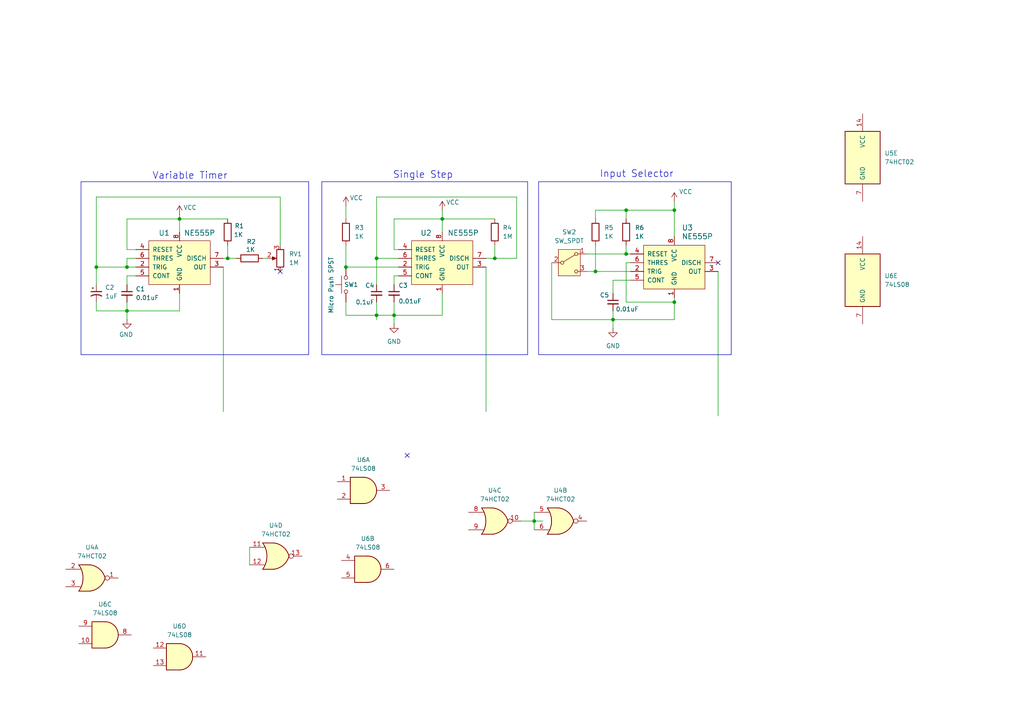
<source format=kicad_sch>
(kicad_sch (version 20250114) (generator "eeschema") (generator_version "9.0")
  (paper "A4")
  (title_block (title "Ben Eater-Based Debugging Clock Circuit") (date "2025-02-23") (rev "v100") (company "IARI Ventures, LLC") (comment 1 "https://eater.net/8bit/clock") (comment 2 "Ben Eater") (comment 4 "Tom Gambill"))
  (lib_symbols
    (symbol "74xx:74HCT02" (pin_names (offset 1.016))
      (property "Reference" "U" (at 0 1.27 0))
      (property "Value" "74HCT02" (at 0 -1.27 0))
      (symbol "74HCT02_1_1"
        (arc (start -3.81 3.81) (mid -2.589 0) (end -3.81 -3.81) (stroke (width 0.254)))
        (polyline (pts (xy -3.81 3.81) (xy -0.635 3.81)) (stroke (width 0.254)) (fill (type background)))
        (polyline (pts (xy -3.81 -3.81) (xy -0.635 -3.81)) (stroke (width 0.254)) (fill (type background)))
        (arc (start 3.81 0) (mid 2.1855 -2.584) (end -0.6096 -3.81) (stroke (width 0.254)) (fill (type background)))
        (arc (start -0.6096 3.81) (mid 2.1928 2.5924) (end 3.81 0) (stroke (width 0.254)) (fill (type background)))
        (polyline (pts (xy -0.635 3.81) (xy -3.81 3.81) (xy -3.81 3.81) (xy -3.556 3.4036) (xy -3.0226 2.2606) (xy -2.6924 1.0414) (xy -2.6162 -0.254) (xy -2.7686 -1.4986) (xy -3.175 -2.7178) (xy -3.81 -3.81) (xy -3.81 -3.81) (xy -0.635 -3.81)) (stroke (width -25.4)) (fill (type background)))
        (pin input line (at -7.62 2.54 0) (length 4.318) (name "~") (number "2"))
        (pin input line (at -7.62 -2.54 0) (length 4.318) (name "~") (number "3"))
        (pin output inverted (at 7.62 0 180) (length 3.81) (name "~") (number "1"))
      )
      (symbol "74HCT02_1_2"
        (arc (start 0 3.81) (mid 3.7934 0) (end 0 -3.81) (stroke (width 0.254)) (fill (type background)))
        (polyline (pts (xy 0 3.81) (xy -3.81 3.81) (xy -3.81 -3.81) (xy 0 -3.81)) (stroke (width 0.254)) (fill (type background)))
        (pin input inverted (at -7.62 2.54 0) (length 3.81) (name "~") (number "2"))
        (pin input inverted (at -7.62 -2.54 0) (length 3.81) (name "~") (number "3"))
        (pin output line (at 7.62 0 180) (length 3.81) (name "~") (number "1"))
      )
      (symbol "74HCT02_2_1"
        (arc (start -3.81 3.81) (mid -2.589 0) (end -3.81 -3.81) (stroke (width 0.254)))
        (polyline (pts (xy -3.81 3.81) (xy -0.635 3.81)) (stroke (width 0.254)) (fill (type background)))
        (polyline (pts (xy -3.81 -3.81) (xy -0.635 -3.81)) (stroke (width 0.254)) (fill (type background)))
        (arc (start 3.81 0) (mid 2.1855 -2.584) (end -0.6096 -3.81) (stroke (width 0.254)) (fill (type background)))
        (arc (start -0.6096 3.81) (mid 2.1928 2.5924) (end 3.81 0) (stroke (width 0.254)) (fill (type background)))
        (polyline (pts (xy -0.635 3.81) (xy -3.81 3.81) (xy -3.81 3.81) (xy -3.556 3.4036) (xy -3.0226 2.2606) (xy -2.6924 1.0414) (xy -2.6162 -0.254) (xy -2.7686 -1.4986) (xy -3.175 -2.7178) (xy -3.81 -3.81) (xy -3.81 -3.81) (xy -0.635 -3.81)) (stroke (width -25.4)) (fill (type background)))
        (pin input line (at -7.62 2.54 0) (length 4.318) (name "~") (number "5"))
        (pin input line (at -7.62 -2.54 0) (length 4.318) (name "~") (number "6"))
        (pin output inverted (at 7.62 0 180) (length 3.81) (name "~") (number "4"))
      )
      (symbol "74HCT02_2_2"
        (arc (start 0 3.81) (mid 3.7934 0) (end 0 -3.81) (stroke (width 0.254)) (fill (type background)))
        (polyline (pts (xy 0 3.81) (xy -3.81 3.81) (xy -3.81 -3.81) (xy 0 -3.81)) (stroke (width 0.254)) (fill (type background)))
        (pin input inverted (at -7.62 2.54 0) (length 3.81) (name "~") (number "5"))
        (pin input inverted (at -7.62 -2.54 0) (length 3.81) (name "~") (number "6"))
        (pin output line (at 7.62 0 180) (length 3.81) (name "~") (number "4"))
      )
      (symbol "74HCT02_3_1"
        (arc (start -3.81 3.81) (mid -2.589 0) (end -3.81 -3.81) (stroke (width 0.254)))
        (polyline (pts (xy -3.81 3.81) (xy -0.635 3.81)) (stroke (width 0.254)) (fill (type background)))
        (polyline (pts (xy -3.81 -3.81) (xy -0.635 -3.81)) (stroke (width 0.254)) (fill (type background)))
        (arc (start 3.81 0) (mid 2.1855 -2.584) (end -0.6096 -3.81) (stroke (width 0.254)) (fill (type background)))
        (arc (start -0.6096 3.81) (mid 2.1928 2.5924) (end 3.81 0) (stroke (width 0.254)) (fill (type background)))
        (polyline (pts (xy -0.635 3.81) (xy -3.81 3.81) (xy -3.81 3.81) (xy -3.556 3.4036) (xy -3.0226 2.2606) (xy -2.6924 1.0414) (xy -2.6162 -0.254) (xy -2.7686 -1.4986) (xy -3.175 -2.7178) (xy -3.81 -3.81) (xy -3.81 -3.81) (xy -0.635 -3.81)) (stroke (width -25.4)) (fill (type background)))
        (pin input line (at -7.62 2.54 0) (length 4.318) (name "~") (number "8"))
        (pin input line (at -7.62 -2.54 0) (length 4.318) (name "~") (number "9"))
        (pin output inverted (at 7.62 0 180) (length 3.81) (name "~") (number "10"))
      )
      (symbol "74HCT02_3_2"
        (arc (start 0 3.81) (mid 3.7934 0) (end 0 -3.81) (stroke (width 0.254)) (fill (type background)))
        (polyline (pts (xy 0 3.81) (xy -3.81 3.81) (xy -3.81 -3.81) (xy 0 -3.81)) (stroke (width 0.254)) (fill (type background)))
        (pin input inverted (at -7.62 2.54 0) (length 3.81) (name "~") (number "8"))
        (pin input inverted (at -7.62 -2.54 0) (length 3.81) (name "~") (number "9"))
        (pin output line (at 7.62 0 180) (length 3.81) (name "~") (number "10"))
      )
      (symbol "74HCT02_4_1"
        (arc (start -3.81 3.81) (mid -2.589 0) (end -3.81 -3.81) (stroke (width 0.254)))
        (polyline (pts (xy -3.81 3.81) (xy -0.635 3.81)) (stroke (width 0.254)) (fill (type background)))
        (polyline (pts (xy -3.81 -3.81) (xy -0.635 -3.81)) (stroke (width 0.254)) (fill (type background)))
        (arc (start 3.81 0) (mid 2.1855 -2.584) (end -0.6096 -3.81) (stroke (width 0.254)) (fill (type background)))
        (arc (start -0.6096 3.81) (mid 2.1928 2.5924) (end 3.81 0) (stroke (width 0.254)) (fill (type background)))
        (polyline (pts (xy -0.635 3.81) (xy -3.81 3.81) (xy -3.81 3.81) (xy -3.556 3.4036) (xy -3.0226 2.2606) (xy -2.6924 1.0414) (xy -2.6162 -0.254) (xy -2.7686 -1.4986) (xy -3.175 -2.7178) (xy -3.81 -3.81) (xy -3.81 -3.81) (xy -0.635 -3.81)) (stroke (width -25.4)) (fill (type background)))
        (pin input line (at -7.62 2.54 0) (length 4.318) (name "~") (number "11"))
        (pin input line (at -7.62 -2.54 0) (length 4.318) (name "~") (number "12"))
        (pin output inverted (at 7.62 0 180) (length 3.81) (name "~") (number "13"))
      )
      (symbol "74HCT02_4_2"
        (arc (start 0 3.81) (mid 3.7934 0) (end 0 -3.81) (stroke (width 0.254)) (fill (type background)))
        (polyline (pts (xy 0 3.81) (xy -3.81 3.81) (xy -3.81 -3.81) (xy 0 -3.81)) (stroke (width 0.254)) (fill (type background)))
        (pin input inverted (at -7.62 2.54 0) (length 3.81) (name "~") (number "11"))
        (pin input inverted (at -7.62 -2.54 0) (length 3.81) (name "~") (number "12"))
        (pin output line (at 7.62 0 180) (length 3.81) (name "~") (number "13"))
      )
      (symbol "74HCT02_5_0"
        (pin power_in line (at 0 12.7 270) (length 5.08) (name "VCC") (number "14"))
        (pin power_in line (at 0 -12.7 90) (length 5.08) (name "GND") (number "7"))
      )
      (symbol "74HCT02_5_1"
        (rectangle (start -5.08 7.62) (end 5.08 -7.62) (stroke (width 0.254)) (fill (type background)))
      )
    )
    (symbol "74xx:74LS08" (pin_names (offset 1.016))
      (property "Reference" "U" (at 0 1.27 0))
      (property "Value" "74LS08" (at 0 -1.27 0))
      (symbol "74LS08_1_1"
        (arc (start 0 3.81) (mid 3.7934 0) (end 0 -3.81) (stroke (width 0.254)) (fill (type background)))
        (polyline (pts (xy 0 3.81) (xy -3.81 3.81) (xy -3.81 -3.81) (xy 0 -3.81)) (stroke (width 0.254)) (fill (type background)))
        (pin input line (at -7.62 2.54 0) (length 3.81) (name "~") (number "1"))
        (pin input line (at -7.62 -2.54 0) (length 3.81) (name "~") (number "2"))
        (pin output line (at 7.62 0 180) (length 3.81) (name "~") (number "3"))
      )
      (symbol "74LS08_1_2"
        (arc (start -3.81 3.81) (mid -2.589 0) (end -3.81 -3.81) (stroke (width 0.254)))
        (polyline (pts (xy -3.81 3.81) (xy -0.635 3.81)) (stroke (width 0.254)) (fill (type background)))
        (polyline (pts (xy -3.81 -3.81) (xy -0.635 -3.81)) (stroke (width 0.254)) (fill (type background)))
        (arc (start 3.81 0) (mid 2.1855 -2.584) (end -0.6096 -3.81) (stroke (width 0.254)) (fill (type background)))
        (arc (start -0.6096 3.81) (mid 2.1928 2.5924) (end 3.81 0) (stroke (width 0.254)) (fill (type background)))
        (polyline (pts (xy -0.635 3.81) (xy -3.81 3.81) (xy -3.81 3.81) (xy -3.556 3.4036) (xy -3.0226 2.2606) (xy -2.6924 1.0414) (xy -2.6162 -0.254) (xy -2.7686 -1.4986) (xy -3.175 -2.7178) (xy -3.81 -3.81) (xy -3.81 -3.81) (xy -0.635 -3.81)) (stroke (width -25.4)) (fill (type background)))
        (pin input inverted (at -7.62 2.54 0) (length 4.318) (name "~") (number "1"))
        (pin input inverted (at -7.62 -2.54 0) (length 4.318) (name "~") (number "2"))
        (pin output inverted (at 7.62 0 180) (length 3.81) (name "~") (number "3"))
      )
      (symbol "74LS08_2_1"
        (arc (start 0 3.81) (mid 3.7934 0) (end 0 -3.81) (stroke (width 0.254)) (fill (type background)))
        (polyline (pts (xy 0 3.81) (xy -3.81 3.81) (xy -3.81 -3.81) (xy 0 -3.81)) (stroke (width 0.254)) (fill (type background)))
        (pin input line (at -7.62 2.54 0) (length 3.81) (name "~") (number "4"))
        (pin input line (at -7.62 -2.54 0) (length 3.81) (name "~") (number "5"))
        (pin output line (at 7.62 0 180) (length 3.81) (name "~") (number "6"))
      )
      (symbol "74LS08_2_2"
        (arc (start -3.81 3.81) (mid -2.589 0) (end -3.81 -3.81) (stroke (width 0.254)))
        (polyline (pts (xy -3.81 3.81) (xy -0.635 3.81)) (stroke (width 0.254)) (fill (type background)))
        (polyline (pts (xy -3.81 -3.81) (xy -0.635 -3.81)) (stroke (width 0.254)) (fill (type background)))
        (arc (start 3.81 0) (mid 2.1855 -2.584) (end -0.6096 -3.81) (stroke (width 0.254)) (fill (type background)))
        (arc (start -0.6096 3.81) (mid 2.1928 2.5924) (end 3.81 0) (stroke (width 0.254)) (fill (type background)))
        (polyline (pts (xy -0.635 3.81) (xy -3.81 3.81) (xy -3.81 3.81) (xy -3.556 3.4036) (xy -3.0226 2.2606) (xy -2.6924 1.0414) (xy -2.6162 -0.254) (xy -2.7686 -1.4986) (xy -3.175 -2.7178) (xy -3.81 -3.81) (xy -3.81 -3.81) (xy -0.635 -3.81)) (stroke (width -25.4)) (fill (type background)))
        (pin input inverted (at -7.62 2.54 0) (length 4.318) (name "~") (number "4"))
        (pin input inverted (at -7.62 -2.54 0) (length 4.318) (name "~") (number "5"))
        (pin output inverted (at 7.62 0 180) (length 3.81) (name "~") (number "6"))
      )
      (symbol "74LS08_3_1"
        (arc (start 0 3.81) (mid 3.7934 0) (end 0 -3.81) (stroke (width 0.254)) (fill (type background)))
        (polyline (pts (xy 0 3.81) (xy -3.81 3.81) (xy -3.81 -3.81) (xy 0 -3.81)) (stroke (width 0.254)) (fill (type background)))
        (pin input line (at -7.62 2.54 0) (length 3.81) (name "~") (number "9"))
        (pin input line (at -7.62 -2.54 0) (length 3.81) (name "~") (number "10"))
        (pin output line (at 7.62 0 180) (length 3.81) (name "~") (number "8"))
      )
      (symbol "74LS08_3_2"
        (arc (start -3.81 3.81) (mid -2.589 0) (end -3.81 -3.81) (stroke (width 0.254)))
        (polyline (pts (xy -3.81 3.81) (xy -0.635 3.81)) (stroke (width 0.254)) (fill (type background)))
        (polyline (pts (xy -3.81 -3.81) (xy -0.635 -3.81)) (stroke (width 0.254)) (fill (type background)))
        (arc (start 3.81 0) (mid 2.1855 -2.584) (end -0.6096 -3.81) (stroke (width 0.254)) (fill (type background)))
        (arc (start -0.6096 3.81) (mid 2.1928 2.5924) (end 3.81 0) (stroke (width 0.254)) (fill (type background)))
        (polyline (pts (xy -0.635 3.81) (xy -3.81 3.81) (xy -3.81 3.81) (xy -3.556 3.4036) (xy -3.0226 2.2606) (xy -2.6924 1.0414) (xy -2.6162 -0.254) (xy -2.7686 -1.4986) (xy -3.175 -2.7178) (xy -3.81 -3.81) (xy -3.81 -3.81) (xy -0.635 -3.81)) (stroke (width -25.4)) (fill (type background)))
        (pin input inverted (at -7.62 2.54 0) (length 4.318) (name "~") (number "9"))
        (pin input inverted (at -7.62 -2.54 0) (length 4.318) (name "~") (number "10"))
        (pin output inverted (at 7.62 0 180) (length 3.81) (name "~") (number "8"))
      )
      (symbol "74LS08_4_1"
        (arc (start 0 3.81) (mid 3.7934 0) (end 0 -3.81) (stroke (width 0.254)) (fill (type background)))
        (polyline (pts (xy 0 3.81) (xy -3.81 3.81) (xy -3.81 -3.81) (xy 0 -3.81)) (stroke (width 0.254)) (fill (type background)))
        (pin input line (at -7.62 2.54 0) (length 3.81) (name "~") (number "12"))
        (pin input line (at -7.62 -2.54 0) (length 3.81) (name "~") (number "13"))
        (pin output line (at 7.62 0 180) (length 3.81) (name "~") (number "11"))
      )
      (symbol "74LS08_4_2"
        (arc (start -3.81 3.81) (mid -2.589 0) (end -3.81 -3.81) (stroke (width 0.254)))
        (polyline (pts (xy -3.81 3.81) (xy -0.635 3.81)) (stroke (width 0.254)) (fill (type background)))
        (polyline (pts (xy -3.81 -3.81) (xy -0.635 -3.81)) (stroke (width 0.254)) (fill (type background)))
        (arc (start 3.81 0) (mid 2.1855 -2.584) (end -0.6096 -3.81) (stroke (width 0.254)) (fill (type background)))
        (arc (start -0.6096 3.81) (mid 2.1928 2.5924) (end 3.81 0) (stroke (width 0.254)) (fill (type background)))
        (polyline (pts (xy -0.635 3.81) (xy -3.81 3.81) (xy -3.81 3.81) (xy -3.556 3.4036) (xy -3.0226 2.2606) (xy -2.6924 1.0414) (xy -2.6162 -0.254) (xy -2.7686 -1.4986) (xy -3.175 -2.7178) (xy -3.81 -3.81) (xy -3.81 -3.81) (xy -0.635 -3.81)) (stroke (width -25.4)) (fill (type background)))
        (pin input inverted (at -7.62 2.54 0) (length 4.318) (name "~") (number "12"))
        (pin input inverted (at -7.62 -2.54 0) (length 4.318) (name "~") (number "13"))
        (pin output inverted (at 7.62 0 180) (length 3.81) (name "~") (number "11"))
      )
      (symbol "74LS08_5_0"
        (pin power_in line (at 0 12.7 270) (length 5.08) (name "VCC") (number "14"))
        (pin power_in line (at 0 -12.7 90) (length 5.08) (name "GND") (number "7"))
      )
      (symbol "74LS08_5_1"
        (rectangle (start -5.08 7.62) (end 5.08 -7.62) (stroke (width 0.254)) (fill (type background)))
      )
    )
    (symbol "Device:C_Polarized_Small_US" (pin_numbers (hide yes)) (pin_names (offset 0.254) (hide yes))
      (property "Reference" "C" (at 0.254 1.778 0))
      (property "Value" "C_Polarized_Small_US" (at 0.254 -2.032 0))
      (symbol "C_Polarized_Small_US_0_1"
        (polyline (pts (xy -1.524 0.508) (xy 1.524 0.508)) (stroke (width 0.3048)))
        (polyline (pts (xy -1.27 1.524) (xy -0.762 1.524)))
        (polyline (pts (xy -1.016 1.27) (xy -1.016 1.778)))
        (arc (start -1.524 -0.762) (mid 0 -0.3734) (end 1.524 -0.762) (stroke (width 0.3048)))
      )
      (symbol "C_Polarized_Small_US_1_1"
        (pin passive line (at 0 2.54 270) (length 2.032) (name "~") (number "1"))
        (pin passive line (at 0 -2.54 90) (length 2.032) (name "~") (number "2"))
      )
    )
    (symbol "Device:C_Small" (pin_numbers (hide yes)) (pin_names (offset 0.254) (hide yes))
      (property "Reference" "C" (at 0.254 1.778 0))
      (property "Value" "C_Small" (at 0.254 -2.032 0))
      (symbol "C_Small_0_1"
        (polyline (pts (xy -1.524 0.508) (xy 1.524 0.508)) (stroke (width 0.3048)))
        (polyline (pts (xy -1.524 -0.508) (xy 1.524 -0.508)) (stroke (width 0.3302)))
      )
      (symbol "C_Small_1_1"
        (pin passive line (at 0 2.54 270) (length 2.032) (name "~") (number "1"))
        (pin passive line (at 0 -2.54 90) (length 2.032) (name "~") (number "2"))
      )
    )
    (symbol "Device:R" (pin_numbers (hide yes)) (pin_names (offset 0))
      (property "Reference" "R" (at 2.032 0 90))
      (property "Value" "R" (at 0 0 90))
      (symbol "R_0_1"
        (rectangle (start -1.016 -2.54) (end 1.016 2.54) (stroke (width 0.254)))
      )
      (symbol "R_1_1"
        (pin passive line (at 0 3.81 270) (length 1.27) (name "~") (number "1"))
        (pin passive line (at 0 -3.81 90) (length 1.27) (name "~") (number "2"))
      )
    )
    (symbol "Device:R_Potentiometer" (pin_names (offset 1.016) (hide yes))
      (property "Reference" "RV" (at -4.445 0 90))
      (property "Value" "R_Potentiometer" (at -2.54 0 90))
      (symbol "R_Potentiometer_0_1"
        (rectangle (start 1.016 2.54) (end -1.016 -2.54) (stroke (width 0.254)))
        (polyline (pts (xy 1.143 0) (xy 2.286 0.508) (xy 2.286 -0.508) (xy 1.143 0)) (fill (type outline)))
        (polyline (pts (xy 2.54 0) (xy 1.524 0)))
      )
      (symbol "R_Potentiometer_1_1"
        (pin passive line (at 0 3.81 270) (length 1.27) (name "1") (number "1"))
        (pin passive line (at 0 -3.81 90) (length 1.27) (name "3") (number "3"))
        (pin passive line (at 3.81 0 180) (length 1.27) (name "2") (number "2"))
      )
    )
    (symbol "Switch:SW_Push" (pin_numbers (hide yes)) (pin_names (offset 1.016) (hide yes))
      (property "Reference" "SW" (at 1.27 2.54 0))
      (property "Value" "SW_Push" (at 0 -1.524 0))
      (symbol "SW_Push_0_1"
        (circle (center -2.032 0) (radius 0.508))
        (polyline (pts (xy 0 1.27) (xy 0 3.048)))
        (circle (center 2.032 0) (radius 0.508))
        (polyline (pts (xy 2.54 1.27) (xy -2.54 1.27)))
        (pin passive line (at -5.08 0 0) (length 2.54) (name "1") (number "1"))
        (pin passive line (at 5.08 0 180) (length 2.54) (name "2") (number "2"))
      )
    )
    (symbol "Switch:SW_SPDT" (pin_names (offset 0) (hide yes))
      (property "Reference" "SW" (at 0 5.08 0))
      (property "Value" "SW_SPDT" (at 0 -5.08 0))
      (symbol "SW_SPDT_0_1"
        (circle (center -2.032 0) (radius 0.4572))
        (polyline (pts (xy -1.651 0.254) (xy 1.651 2.286)))
        (circle (center 2.032 2.54) (radius 0.4572))
        (circle (center 2.032 -2.54) (radius 0.4572))
      )
      (symbol "SW_SPDT_1_1"
        (rectangle (start -3.175 3.81) (end 3.175 -3.81) (fill (type background)))
        (pin passive line (at -5.08 0 0) (length 2.54) (name "B") (number "2"))
        (pin passive line (at 5.08 2.54 180) (length 2.54) (name "A") (number "1"))
        (pin passive line (at 5.08 -2.54 180) (length 2.54) (name "C") (number "3"))
      )
    )
    (symbol "dk_Clock-Timing-Programmable-Timers-and-Oscillators:NE555P" (pin_names (offset 1.016))
      (property "Reference" "U" (at -8.89 6.35 0))
      (property "Value" "NE555P" (at 1.27 -8.89 0))
      (symbol "NE555P_0_1"
        (rectangle (start -8.89 5.08) (end 8.89 -7.62) (fill (type background)))
      )
      (symbol "NE555P_1_1"
        (pin input line (at -12.7 2.54 0) (length 3.81) (name "RESET") (number "4"))
        (pin input line (at -12.7 0 0) (length 3.81) (name "THRES") (number "6"))
        (pin input line (at -12.7 -2.54 0) (length 3.81) (name "TRIG") (number "2"))
        (pin bidirectional line (at -12.7 -5.08 0) (length 3.81) (name "CONT") (number "5"))
        (pin power_in line (at 0 7.62 270) (length 2.54) (name "VCC") (number "8"))
        (pin power_in line (at 0 -10.16 90) (length 2.54) (name "GND") (number "1"))
        (pin output line (at 12.7 0 180) (length 3.81) (name "DISCH") (number "7"))
        (pin output line (at 12.7 -2.54 180) (length 3.81) (name "OUT") (number "3"))
      )
    )
    (symbol "power:GND" (power) (pin_numbers (hide yes)) (pin_names (offset 0) (hide yes))
      (property "Value" "GND" (at 0 -3.81 0))
      (symbol "GND_0_1"
        (polyline (pts (xy 0 0) (xy 0 -1.27) (xy 1.27 -1.27) (xy 0 -2.54) (xy -1.27 -1.27) (xy 0 -1.27)))
      )
      (symbol "GND_1_1"
        (pin power_in line (at 0 0 270) (length 0) (name "~") (number "1"))
      )
    )
    (symbol "power:VCC" (power) (pin_numbers (hide yes)) (pin_names (offset 0) (hide yes))
      (property "Value" "VCC" (at 0 3.556 0))
      (symbol "VCC_0_1"
        (polyline (pts (xy -0.762 1.27) (xy 0 2.54)))
        (polyline (pts (xy 0 2.54) (xy 0.762 1.27)))
        (polyline (pts (xy 0 0) (xy 0 2.54)))
      )
      (symbol "VCC_1_1"
        (pin power_in line (at 0 0 90) (length 0) (name "~") (number "1"))
      )
    )
  )
  (rectangle (start 156.21 52.705) (end 212.09 102.87))
  (rectangle (start 93.345 52.705) (end 153.035 102.87))
  (rectangle (start 23.495 52.705) (end 89.535 102.87))
  (text "Single Step" (at 122.682 50.8 0) (effects (font (size 2 2))))
  (text "Input Selector" (at 184.658 50.546 0) (effects (font (size 2 2))))
  (text "Variable Timer" (at 55.118 51.054 0) (effects (font (size 2 2))))
  (junction (at 177.8 92.71))
  (junction (at 195.58 87.63))
  (junction (at 66.04 74.93))
  (junction (at 109.22 74.93))
  (junction (at 52.07 63.5))
  (junction (at 181.61 60.96))
  (junction (at 128.27 63.5))
  (junction (at 27.94 77.47))
  (junction (at 100.33 77.47))
  (junction (at 114.3 91.44))
  (junction (at 154.94 151.13))
  (junction (at 109.22 91.44))
  (junction (at 36.83 90.17))
  (junction (at 195.58 60.96))
  (junction (at 143.51 74.93))
  (junction (at 36.83 77.47))
  (junction (at 181.61 73.66))
  (junction (at 172.72 78.74))
  (no_connect (at 81.28 78.74))
  (no_connect (at 208.28 76.2))
  (no_connect (at 118.11 132.08))
  (wire (pts (xy 195.58 58.42) (xy 195.58 60.96)))
  (wire (pts (xy 115.57 80.01) (xy 114.3 80.01)))
  (wire (pts (xy 36.83 90.17) (xy 36.83 92.71)))
  (wire (pts (xy 100.33 59.69) (xy 100.33 63.5)))
  (wire (pts (xy 154.94 151.13) (xy 154.94 153.67)))
  (wire (pts (xy 27.94 77.47) (xy 36.83 77.47)))
  (wire (pts (xy 36.83 63.5) (xy 52.07 63.5)))
  (wire (pts (xy 182.88 76.2) (xy 181.61 76.2)))
  (wire (pts (xy 81.28 57.15) (xy 81.28 71.12)))
  (wire (pts (xy 109.22 57.15) (xy 109.22 74.93)))
  (wire (pts (xy 76.2 74.93) (xy 77.47 74.93)))
  (wire (pts (xy 195.58 86.36) (xy 195.58 87.63)))
  (wire (pts (xy 109.22 74.93) (xy 115.57 74.93)))
  (wire (pts (xy 172.72 63.5) (xy 172.72 60.96)))
  (wire (pts (xy 181.61 76.2) (xy 181.61 87.63)))
  (wire (pts (xy 109.22 91.44) (xy 114.3 91.44)))
  (wire (pts (xy 208.28 78.74) (xy 208.28 120.65)))
  (wire (pts (xy 177.8 81.28) (xy 177.8 85.09)))
  (wire (pts (xy 172.72 60.96) (xy 181.61 60.96)))
  (wire (pts (xy 172.72 78.74) (xy 182.88 78.74)))
  (wire (pts (xy 181.61 60.96) (xy 195.58 60.96)))
  (wire (pts (xy 114.3 91.44) (xy 114.3 93.98)))
  (wire (pts (xy 182.88 73.66) (xy 181.61 73.66)))
  (wire (pts (xy 52.07 62.23) (xy 52.07 63.5)))
  (wire (pts (xy 27.94 57.15) (xy 81.28 57.15)))
  (wire (pts (xy 114.3 80.01) (xy 114.3 82.55)))
  (wire (pts (xy 100.33 77.47) (xy 100.33 71.12)))
  (wire (pts (xy 109.22 91.44) (xy 109.22 92.71)))
  (wire (pts (xy 114.3 87.63) (xy 114.3 91.44)))
  (wire (pts (xy 151.13 151.13) (xy 154.94 151.13)))
  (wire (pts (xy 36.83 74.93) (xy 36.83 77.47)))
  (wire (pts (xy 36.83 74.93) (xy 39.37 74.93)))
  (wire (pts (xy 114.3 91.44) (xy 128.27 91.44)))
  (wire (pts (xy 52.07 63.5) (xy 52.07 67.31)))
  (wire (pts (xy 181.61 73.66) (xy 181.61 71.12)))
  (wire (pts (xy 140.97 77.47) (xy 140.97 119.38)))
  (wire (pts (xy 177.8 92.71) (xy 195.58 92.71)))
  (wire (pts (xy 27.94 90.17) (xy 36.83 90.17)))
  (wire (pts (xy 72.39 158.75) (xy 72.39 163.83)))
  (wire (pts (xy 172.72 71.12) (xy 172.72 78.74)))
  (wire (pts (xy 195.58 87.63) (xy 195.58 92.71)))
  (wire (pts (xy 52.07 85.09) (xy 52.07 90.17)))
  (wire (pts (xy 115.57 72.39) (xy 114.3 72.39)))
  (wire (pts (xy 177.8 90.17) (xy 177.8 92.71)))
  (wire (pts (xy 143.51 74.93) (xy 143.51 71.12)))
  (wire (pts (xy 36.83 72.39) (xy 36.83 63.5)))
  (wire (pts (xy 170.18 78.74) (xy 172.72 78.74)))
  (wire (pts (xy 66.04 74.93) (xy 68.58 74.93)))
  (wire (pts (xy 27.94 87.63) (xy 27.94 90.17)))
  (wire (pts (xy 64.77 74.93) (xy 66.04 74.93)))
  (wire (pts (xy 160.02 92.71) (xy 177.8 92.71)))
  (wire (pts (xy 36.83 90.17) (xy 52.07 90.17)))
  (wire (pts (xy 27.94 77.47) (xy 27.94 57.15)))
  (wire (pts (xy 181.61 63.5) (xy 181.61 60.96)))
  (wire (pts (xy 114.3 72.39) (xy 114.3 63.5)))
  (wire (pts (xy 27.94 82.55) (xy 27.94 77.47)))
  (wire (pts (xy 36.83 87.63) (xy 36.83 90.17)))
  (wire (pts (xy 149.86 57.15) (xy 109.22 57.15)))
  (wire (pts (xy 154.94 151.13) (xy 157.48 151.13)))
  (wire (pts (xy 36.83 72.39) (xy 39.37 72.39)))
  (wire (pts (xy 109.22 87.63) (xy 109.22 91.44)))
  (wire (pts (xy 100.33 87.63) (xy 100.33 91.44)))
  (wire (pts (xy 36.83 82.55) (xy 36.83 80.01)))
  (wire (pts (xy 100.33 91.44) (xy 109.22 91.44)))
  (wire (pts (xy 154.94 151.13) (xy 154.94 148.59)))
  (wire (pts (xy 36.83 77.47) (xy 39.37 77.47)))
  (wire (pts (xy 140.97 74.93) (xy 143.51 74.93)))
  (wire (pts (xy 109.22 82.55) (xy 109.22 74.93)))
  (wire (pts (xy 66.04 71.12) (xy 66.04 74.93)))
  (wire (pts (xy 64.77 77.47) (xy 64.77 119.38)))
  (wire (pts (xy 128.27 63.5) (xy 128.27 67.31)))
  (wire (pts (xy 177.8 81.28) (xy 182.88 81.28)))
  (wire (pts (xy 128.27 60.96) (xy 128.27 63.5)))
  (wire (pts (xy 128.27 63.5) (xy 143.51 63.5)))
  (wire (pts (xy 114.3 63.5) (xy 128.27 63.5)))
  (wire (pts (xy 195.58 60.96) (xy 195.58 68.58)))
  (wire (pts (xy 170.18 73.66) (xy 181.61 73.66)))
  (wire (pts (xy 160.02 76.2) (xy 160.02 92.71)))
  (wire (pts (xy 66.04 63.5) (xy 52.07 63.5)))
  (wire (pts (xy 149.86 74.93) (xy 149.86 57.15)))
  (wire (pts (xy 181.61 87.63) (xy 195.58 87.63)))
  (wire (pts (xy 177.8 92.71) (xy 177.8 95.25)))
  (wire (pts (xy 100.33 77.47) (xy 115.57 77.47)))
  (wire (pts (xy 36.83 80.01) (xy 39.37 80.01)))
  (wire (pts (xy 143.51 74.93) (xy 149.86 74.93)))
  (wire (pts (xy 128.27 85.09) (xy 128.27 91.44)))
  (symbol (lib_id "Device:C_Small") (at 109.22 85.09 0) (unit 1)
    (property "Reference" "C4" (at 105.918 82.804 0) (effects (justify left)))
    (property "Value" "0.1uF" (at 103.124 87.63 0) (effects (justify left)))
    (property "Description" "Unpolarized capacitor, small symbol" (effects (hide yes)))
  )
  (symbol (lib_id "Device:C_Small") (at 177.8 87.63 0) (unit 1)
    (property "Reference" "C5" (at 173.99 85.598 0) (effects (justify left)))
    (property "Value" "0.01uF" (at 178.562 89.662 0) (effects (justify left)))
    (property "Description" "Unpolarized capacitor, small symbol" (effects (hide yes)))
  )
  (symbol (lib_id "Device:R") (at 66.04 67.31 0) (unit 1)
    (property "Reference" "R1" (at 68.072 65.532 0) (effects (justify left)))
    (property "Value" "1K" (at 67.818 68.072 0) (effects (justify left)))
    (property "Description" "Resistor" (effects (hide yes)))
  )
  (symbol (lib_id "Device:C_Small") (at 36.83 85.09 0) (unit 1)
    (property "Reference" "C1" (at 39.37 83.8262 0) (effects (justify left)))
    (property "Value" "0.01uF" (at 39.37 86.3662 0) (effects (justify left)))
    (property "Description" "Unpolarized capacitor, small symbol" (effects (hide yes)))
  )
  (symbol (lib_id "74xx:74LS08") (at 30.48 184.15 0) (unit 3)
    (property "Reference" "U6" (at 30.4717 175.26 0))
    (property "Value" "74LS08" (at 30.4717 177.8 0))
    (property "Datasheet" "http://www.ti.com/lit/gpn/sn74LS08" (effects (hide yes)))
    (property "Description" "Quad And2" (effects (hide yes)))
  )
  (symbol (lib_id "dk_Clock-Timing-Programmable-Timers-and-Oscillators:NE555P") (at 52.07 74.93 0) (unit 1)
    (property "Reference" "U1" (at 45.974 67.564 0) (effects (font (size 1.524 1.524)) (justify left)))
    (property "Value" "NE555P" (at 53.34 67.564 0) (effects (font (size 1.524 1.524)) (justify left)))
    (property "Footprint" "digikey-footprints:DIP-8_W7.62mm" (effects (hide yes)))
    (property "Datasheet" "http://www.ti.com/general/docs/suppproductinfo.tsp?distId=10&gotoUrl=http%3A%2F%2Fwww.ti.com%2Flit%2Fgpn%2Fne555" (effects (hide yes)))
    (property "Description" "IC OSC SINGLE TIMER 100KHZ 8-DIP" (effects (hide yes)))
    (property "Digi-Key_PN" "296-1411-5-ND" (effects (hide yes)))
    (property "MPN" "NE555P" (effects (hide yes)))
    (property "Category" "Integrated Circuits (ICs)" (effects (hide yes)))
    (property "Family" "Clock/Timing - Programmable Timers and Oscillators" (effects (hide yes)))
    (property "DK_Datasheet_Link" "http://www.ti.com/general/docs/suppproductinfo.tsp?distId=10&gotoUrl=http%3A%2F%2Fwww.ti.com%2Flit%2Fgpn%2Fne555" (effects (hide yes)))
    (property "DK_Detail_Page" "/product-detail/en/texas-instruments/NE555P/296-1411-5-ND/277057" (effects (hide yes)))
    (property "Description_1" "IC OSC SINGLE TIMER 100KHZ 8-DIP" (effects (hide yes)))
    (property "Manufacturer" "Texas Instruments" (effects (hide yes)))
    (property "Status" "Active" (effects (hide yes)))
  )
  (symbol (lib_id "dk_Clock-Timing-Programmable-Timers-and-Oscillators:NE555P") (at 128.27 74.93 0) (unit 1)
    (property "Reference" "U2" (at 121.92 67.564 0) (effects (font (size 1.524 1.524)) (justify left)))
    (property "Value" "NE555P" (at 129.794 67.564 0) (effects (font (size 1.524 1.524)) (justify left)))
    (property "Footprint" "digikey-footprints:DIP-8_W7.62mm" (effects (hide yes)))
    (property "Datasheet" "http://www.ti.com/general/docs/suppproductinfo.tsp?distId=10&gotoUrl=http%3A%2F%2Fwww.ti.com%2Flit%2Fgpn%2Fne555" (effects (hide yes)))
    (property "Description" "IC OSC SINGLE TIMER 100KHZ 8-DIP" (effects (hide yes)))
    (property "Digi-Key_PN" "296-1411-5-ND" (effects (hide yes)))
    (property "MPN" "NE555P" (effects (hide yes)))
    (property "Category" "Integrated Circuits (ICs)" (effects (hide yes)))
    (property "Family" "Clock/Timing - Programmable Timers and Oscillators" (effects (hide yes)))
    (property "DK_Datasheet_Link" "http://www.ti.com/general/docs/suppproductinfo.tsp?distId=10&gotoUrl=http%3A%2F%2Fwww.ti.com%2Flit%2Fgpn%2Fne555" (effects (hide yes)))
    (property "DK_Detail_Page" "/product-detail/en/texas-instruments/NE555P/296-1411-5-ND/277057" (effects (hide yes)))
    (property "Description_1" "IC OSC SINGLE TIMER 100KHZ 8-DIP" (effects (hide yes)))
    (property "Manufacturer" "Texas Instruments" (effects (hide yes)))
    (property "Status" "Active" (effects (hide yes)))
  )
  (symbol (lib_id "74xx:74HCT02") (at 26.67 167.64 0) (unit 1)
    (property "Reference" "U4" (at 26.67 158.75 0))
    (property "Value" "74HCT02" (at 26.67 161.29 0))
    (property "Datasheet" "http://www.ti.com/lit/gpn/sn74hct02" (effects (hide yes)))
    (property "Description" "quad 2-input NOR gate" (effects (hide yes)))
  )
  (symbol (lib_id "Device:C_Polarized_Small_US") (at 27.94 85.09 0) (unit 1)
    (property "Reference" "C2" (at 30.48 83.3881 0) (effects (justify left)))
    (property "Value" "1uF" (at 30.48 85.9281 0) (effects (justify left)))
    (property "Description" "Polarized capacitor, small US symbol" (effects (hide yes)))
  )
  (symbol (lib_id "power:GND") (at 177.8 95.25 0) (unit 1)
    (property "Reference" "#PWR06" (effects (hide yes)))
    (property "Value" "GND" (at 177.8 100.33 0))
    (property "Description" "Power symbol creates a global label with name \"GND\" , ground" (effects (hide yes)))
  )
  (symbol (lib_id "74xx:74LS08") (at 105.41 142.24 0) (unit 1)
    (property "Reference" "U6" (at 105.4017 133.35 0))
    (property "Value" "74LS08" (at 105.4017 135.89 0))
    (property "Datasheet" "http://www.ti.com/lit/gpn/sn74LS08" (effects (hide yes)))
    (property "Description" "Quad And2" (effects (hide yes)))
  )
  (symbol (lib_id "Device:R") (at 72.39 74.93 90) (unit 1)
    (property "Reference" "R2" (at 72.898 70.104 90))
    (property "Value" "1K" (at 72.644 72.39 90))
    (property "Description" "Resistor" (effects (hide yes)))
  )
  (symbol (lib_id "74xx:74LS08") (at 106.68 165.1 0) (unit 2)
    (property "Reference" "U6" (at 106.6717 156.21 0))
    (property "Value" "74LS08" (at 106.6717 158.75 0))
    (property "Datasheet" "http://www.ti.com/lit/gpn/sn74LS08" (effects (hide yes)))
    (property "Description" "Quad And2" (effects (hide yes)))
  )
  (symbol (lib_id "power:VCC") (at 100.33 59.69 0) (unit 1)
    (property "Reference" "#PWR07" (effects (hide yes)))
    (property "Value" "VCC" (at 103.378 57.404 0))
    (property "Description" "Power symbol creates a global label with name \"VCC\"" (effects (hide yes)))
  )
  (symbol (lib_id "74xx:74HCT02") (at 80.01 161.29 0) (unit 4)
    (property "Reference" "U4" (at 80.01 152.4 0))
    (property "Value" "74HCT02" (at 80.01 154.94 0))
    (property "Datasheet" "http://www.ti.com/lit/gpn/sn74hct02" (effects (hide yes)))
    (property "Description" "quad 2-input NOR gate" (effects (hide yes)))
  )
  (symbol (lib_id "Device:C_Small") (at 114.3 85.09 0) (unit 1)
    (property "Reference" "C3" (at 115.57 82.804 0) (effects (justify left)))
    (property "Value" "0.01uF" (at 115.57 87.376 0) (effects (justify left)))
    (property "Description" "Unpolarized capacitor, small symbol" (effects (hide yes)))
  )
  (symbol (lib_id "power:VCC") (at 195.58 58.42 0) (unit 1)
    (property "Reference" "#PWR03" (effects (hide yes)))
    (property "Value" "VCC" (at 198.882 55.626 0))
    (property "Description" "Power symbol creates a global label with name \"VCC\"" (effects (hide yes)))
  )
  (symbol (lib_id "Device:R") (at 181.61 67.31 0) (unit 1)
    (property "Reference" "R6" (at 184.15 66.0399 0) (effects (justify left)))
    (property "Value" "1K" (at 184.15 68.5799 0) (effects (justify left)))
    (property "Description" "Resistor" (effects (hide yes)))
  )
  (symbol (lib_id "74xx:74HCT02") (at 143.51 151.13 0) (unit 3)
    (property "Reference" "U4" (at 143.51 142.24 0))
    (property "Value" "74HCT02" (at 143.51 144.78 0))
    (property "Datasheet" "http://www.ti.com/lit/gpn/sn74hct02" (effects (hide yes)))
    (property "Description" "quad 2-input NOR gate" (effects (hide yes)))
  )
  (symbol (lib_id "74xx:74HCT02") (at 250.19 45.72 0) (unit 5)
    (property "Reference" "U5" (at 256.54 44.4499 0) (effects (justify left)))
    (property "Value" "74HCT02" (at 256.54 46.9899 0) (effects (justify left)))
    (property "Datasheet" "http://www.ti.com/lit/gpn/sn74hct02" (effects (hide yes)))
    (property "Description" "quad 2-input NOR gate" (effects (hide yes)))
  )
  (symbol (lib_id "74xx:74LS08") (at 250.19 81.28 0) (unit 5)
    (property "Reference" "U6" (at 256.54 80.0099 0) (effects (justify left)))
    (property "Value" "74LS08" (at 256.54 82.5499 0) (effects (justify left)))
    (property "Datasheet" "http://www.ti.com/lit/gpn/sn74LS08" (effects (hide yes)))
    (property "Description" "Quad And2" (effects (hide yes)))
  )
  (symbol (lib_id "Switch:SW_Push") (at 100.33 82.55 90) (unit 1)
    (property "Reference" "SW1" (at 99.822 82.55 90) (effects (justify right)))
    (property "Value" "Micro Push SPST" (at 96.012 74.422 0) (effects (justify right)))
    (property "Description" "Push button switch, generic, two pins" (effects (hide yes)))
  )
  (symbol (lib_id "power:GND") (at 36.83 92.71 0) (unit 1)
    (property "Reference" "#PWR04" (effects (hide yes)))
    (property "Value" "GND" (at 36.576 97.028 0))
    (property "Description" "Power symbol creates a global label with name \"GND\" , ground" (effects (hide yes)))
  )
  (symbol (lib_id "power:GND") (at 114.3 93.98 0) (unit 1)
    (property "Reference" "#PWR05" (effects (hide yes)))
    (property "Value" "GND" (at 114.3 99.06 0))
    (property "Description" "Power symbol creates a global label with name \"GND\" , ground" (effects (hide yes)))
  )
  (symbol (lib_id "Device:R") (at 172.72 67.31 0) (unit 1)
    (property "Reference" "R5" (at 175.26 66.0399 0) (effects (justify left)))
    (property "Value" "1K" (at 175.26 68.5799 0) (effects (justify left)))
    (property "Description" "Resistor" (effects (hide yes)))
  )
  (symbol (lib_id "Switch:SW_SPDT") (at 165.1 76.2 0) (unit 1)
    (property "Reference" "SW2" (at 165.1 67.31 0))
    (property "Value" "SW_SPDT" (at 165.1 69.85 0))
    (property "Description" "Switch, single pole double throw" (effects (hide yes)))
  )
  (symbol (lib_id "power:VCC") (at 128.27 60.96 0) (unit 1)
    (property "Reference" "#PWR02" (effects (hide yes)))
    (property "Value" "VCC" (at 131.318 58.674 0))
    (property "Description" "Power symbol creates a global label with name \"VCC\"" (effects (hide yes)))
  )
  (symbol (lib_id "Device:R") (at 143.51 67.31 0) (unit 1)
    (property "Reference" "R4" (at 145.796 66.04 0) (effects (justify left)))
    (property "Value" "1M" (at 145.796 68.58 0) (effects (justify left)))
    (property "Description" "Resistor" (effects (hide yes)))
  )
  (symbol (lib_id "Device:R") (at 100.33 67.31 0) (unit 1)
    (property "Reference" "R3" (at 102.87 66.0399 0) (effects (justify left)))
    (property "Value" "1K" (at 102.87 68.5799 0) (effects (justify left)))
    (property "Description" "Resistor" (effects (hide yes)))
  )
  (symbol (lib_id "Device:R_Potentiometer") (at 81.28 74.93 180) (unit 1)
    (property "Reference" "RV1" (at 83.82 73.6599 0) (effects (justify right)))
    (property "Value" "1M" (at 83.82 76.1999 0) (effects (justify right)))
    (property "Description" "Potentiometer" (effects (hide yes)))
  )
  (symbol (lib_id "dk_Clock-Timing-Programmable-Timers-and-Oscillators:NE555P") (at 195.58 76.2 0) (unit 1)
    (property "Reference" "U3" (at 197.7233 66.04 0) (effects (font (size 1.524 1.524)) (justify left)))
    (property "Value" "NE555P" (at 197.7233 68.58 0) (effects (font (size 1.524 1.524)) (justify left)))
    (property "Footprint" "digikey-footprints:DIP-8_W7.62mm" (effects (hide yes)))
    (property "Datasheet" "http://www.ti.com/general/docs/suppproductinfo.tsp?distId=10&gotoUrl=http%3A%2F%2Fwww.ti.com%2Flit%2Fgpn%2Fne555" (effects (hide yes)))
    (property "Description" "IC OSC SINGLE TIMER 100KHZ 8-DIP" (effects (hide yes)))
    (property "Digi-Key_PN" "296-1411-5-ND" (effects (hide yes)))
    (property "MPN" "NE555P" (effects (hide yes)))
    (property "Category" "Integrated Circuits (ICs)" (effects (hide yes)))
    (property "Family" "Clock/Timing - Programmable Timers and Oscillators" (effects (hide yes)))
    (property "DK_Datasheet_Link" "http://www.ti.com/general/docs/suppproductinfo.tsp?distId=10&gotoUrl=http%3A%2F%2Fwww.ti.com%2Flit%2Fgpn%2Fne555" (effects (hide yes)))
    (property "DK_Detail_Page" "/product-detail/en/texas-instruments/NE555P/296-1411-5-ND/277057" (effects (hide yes)))
    (property "Description_1" "IC OSC SINGLE TIMER 100KHZ 8-DIP" (effects (hide yes)))
    (property "Manufacturer" "Texas Instruments" (effects (hide yes)))
    (property "Status" "Active" (effects (hide yes)))
  )
  (symbol (lib_id "74xx:74HCT02") (at 162.56 151.13 0) (unit 2)
    (property "Reference" "U4" (at 162.56 142.24 0))
    (property "Value" "74HCT02" (at 162.56 144.78 0))
    (property "Datasheet" "http://www.ti.com/lit/gpn/sn74hct02" (effects (hide yes)))
    (property "Description" "quad 2-input NOR gate" (effects (hide yes)))
  )
  (symbol (lib_id "power:VCC") (at 52.07 62.23 0) (unit 1)
    (property "Reference" "#PWR01" (effects (hide yes)))
    (property "Value" "VCC" (at 55.118 60.198 0))
    (property "Description" "Power symbol creates a global label with name \"VCC\"" (effects (hide yes)))
  )
  (symbol (lib_id "74xx:74LS08") (at 52.07 190.5 0) (unit 4)
    (property "Reference" "U6" (at 52.0617 181.61 0))
    (property "Value" "74LS08" (at 52.0617 184.15 0))
    (property "Datasheet" "http://www.ti.com/lit/gpn/sn74LS08" (effects (hide yes)))
    (property "Description" "Quad And2" (effects (hide yes)))
  )
)
</source>
